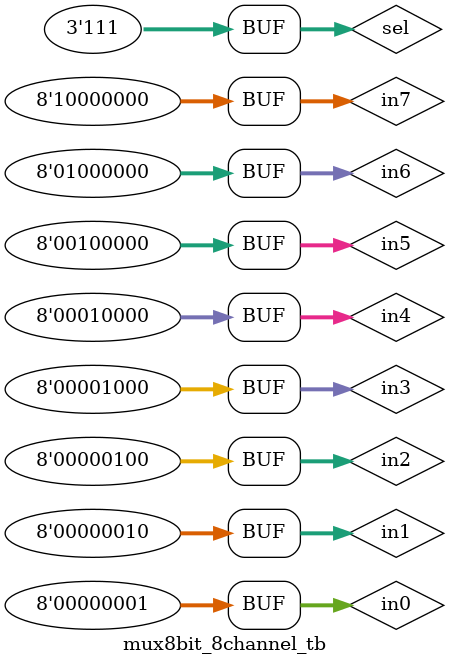
<source format=v>
`timescale 1ns/1ns
`include "8bit8channelmux.v"

module mux8bit_8channel_tb;

    reg [7:0] in0, in1, in2, in3, in4, in5, in6, in7;
    wire [7:0] out;
    reg [2:0] sel;

    mux8bit_8channel mux (
        .in0(in0),
        .in1(in1),
        .in2(in2),
        .in3(in3),
        .in4(in4),
        .in5(in5),
        .in6(in6),
        .in7(in7),
        .sel(sel),
        .out(out)
    );

    initial begin
        $dumpfile("wave.vcd");
        $dumpvars(0, mux8bit_8channel_tb);
        // Initialize inputs
        in0 = 8'b00000001;
        in1 = 8'b00000010;
        in2 = 8'b00000100;
        in3 = 8'b00001000;
        in4 = 8'b00010000;
        in5 = 8'b00100000;
        in6 = 8'b01000000;
        in7 = 8'b10000000;

        // Test all select lines
        sel = 3'b000; #10;
        sel = 3'b001; #10;
        sel = 3'b010; #10;
        sel = 3'b011; #10;
        sel = 3'b100; #10;
        sel = 3'b101; #10;
        sel = 3'b110; #10;
        sel = 3'b111; #10;
    end

endmodule 
</source>
